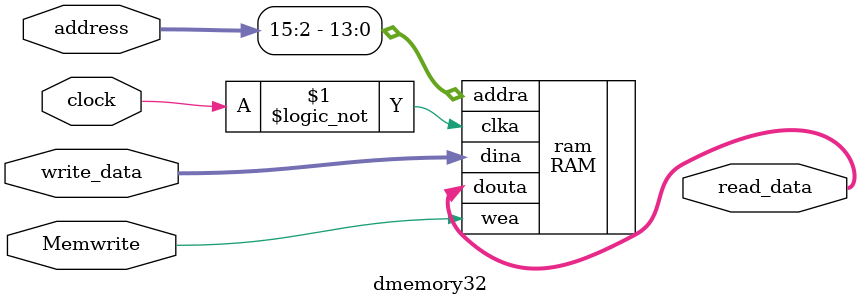
<source format=v>
`timescale 1ns / 1ps



module dmemory32(read_data,address,write_data,Memwrite,clock);
// Clock signal
input clock;
// From the execution unit alu_resul
input[31:0] address;
// From the decoding unit Read_data2
input[31:0] write_data;
// From the control unit
input Memwrite;
// Data read from memory
output[31:0] read_data;


//Create a instance of RAM(IP core),binding the ports
RAM ram (
.clka(!clock), // input wire clka
.wea(Memwrite), // input wire [0 : 0] wea
.addra(address[15:2]), // input wire [13 : 0] addra
.dina(write_data), // input wire [31 : 0] dina
.douta(read_data) // output wire [31 : 0] douta
);

endmodule

</source>
